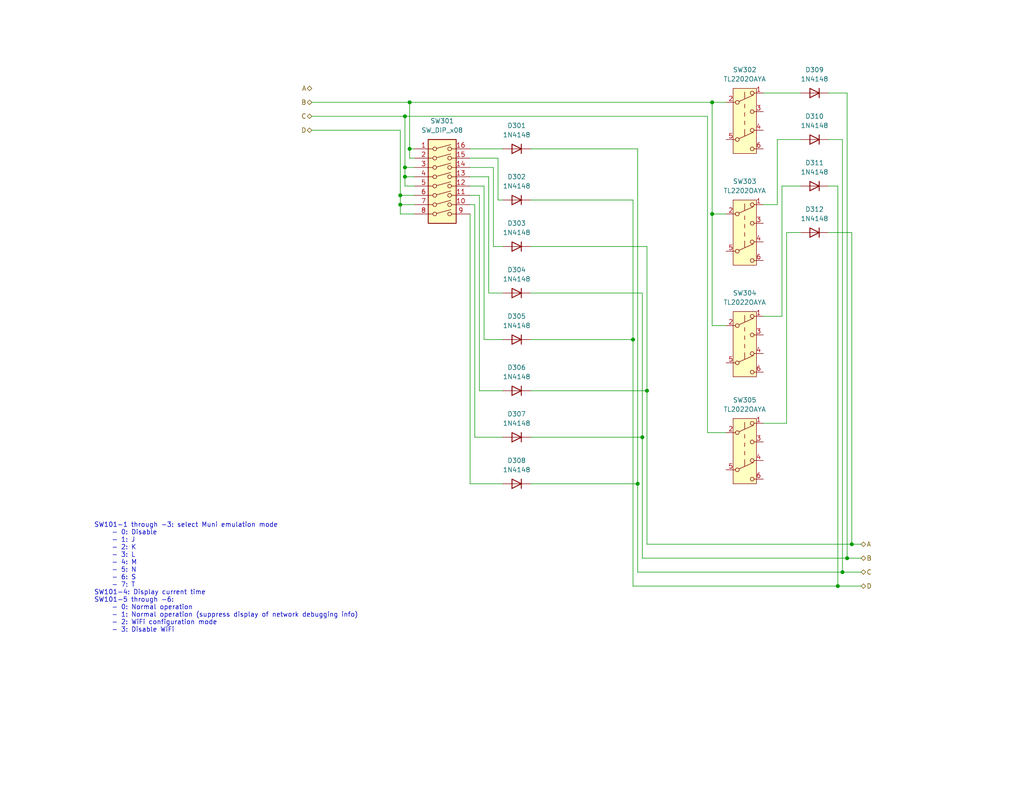
<source format=kicad_sch>
(kicad_sch (version 20250114) (generator "eeschema") (generator_version "9.0")
  (paper "USLetter")
  (title_block (title "Switch and button Charlieplexed matrix circuit") (date "2025-10-08") (rev "04") (company "Bay Area Electric Railroad Association"))
  (lib_symbols
    (symbol "Diode:1N4148" (pin_numbers (hide yes)) (pin_names (hide yes))
      (property "Reference" "D" (at 0 2.54 0))
      (property "Value" "1N4148" (at 0 -2.54 0))
      (symbol "1N4148_0_1"
        (polyline (pts (xy -1.27 1.27) (xy -1.27 -1.27)) (stroke (width 0.254)))
        (polyline (pts (xy 1.27 1.27) (xy 1.27 -1.27) (xy -1.27 0) (xy 1.27 1.27)) (stroke (width 0.254)))
        (polyline (pts (xy 1.27 0) (xy -1.27 0)))
      )
      (symbol "1N4148_1_1"
        (pin passive line (at -3.81 0 0) (length 2.54) (name "K") (number "1"))
        (pin passive line (at 3.81 0 180) (length 2.54) (name "A") (number "2"))
      )
    )
    (symbol "Switch:SW_DIP_x08" (pin_names (offset 0) (hide yes))
      (property "Reference" "SW" (at 0 13.97 0))
      (property "Value" "SW_DIP_x08" (at 0 -11.43 0))
      (symbol "SW_DIP_x08_0_0"
        (circle (center -2.032 10.16) (radius 0.508))
        (circle (center -2.032 7.62) (radius 0.508))
        (circle (center -2.032 5.08) (radius 0.508))
        (circle (center -2.032 2.54) (radius 0.508))
        (circle (center -2.032 0) (radius 0.508))
        (circle (center -2.032 -2.54) (radius 0.508))
        (circle (center -2.032 -5.08) (radius 0.508))
        (circle (center -2.032 -7.62) (radius 0.508))
        (polyline (pts (xy -1.524 10.287) (xy 2.3622 11.3284)))
        (polyline (pts (xy -1.524 7.747) (xy 2.3622 8.7884)))
        (polyline (pts (xy -1.524 5.207) (xy 2.3622 6.2484)))
        (polyline (pts (xy -1.524 2.667) (xy 2.3622 3.7084)))
        (polyline (pts (xy -1.524 0.127) (xy 2.3622 1.1684)))
        (polyline (pts (xy -1.524 -2.3876) (xy 2.3622 -1.3462)))
        (polyline (pts (xy -1.524 -4.9276) (xy 2.3622 -3.8862)))
        (polyline (pts (xy -1.524 -7.4676) (xy 2.3622 -6.4262)))
        (circle (center 2.032 10.16) (radius 0.508))
        (circle (center 2.032 7.62) (radius 0.508))
        (circle (center 2.032 5.08) (radius 0.508))
        (circle (center 2.032 2.54) (radius 0.508))
        (circle (center 2.032 0) (radius 0.508))
        (circle (center 2.032 -2.54) (radius 0.508))
        (circle (center 2.032 -5.08) (radius 0.508))
        (circle (center 2.032 -7.62) (radius 0.508))
      )
      (symbol "SW_DIP_x08_0_1"
        (rectangle (start -3.81 12.7) (end 3.81 -10.16) (stroke (width 0.254)) (fill (type background)))
      )
      (symbol "SW_DIP_x08_1_1"
        (pin passive line (at -7.62 10.16 0) (length 5.08) (name "~") (number "1"))
        (pin passive line (at -7.62 7.62 0) (length 5.08) (name "~") (number "2"))
        (pin passive line (at -7.62 5.08 0) (length 5.08) (name "~") (number "3"))
        (pin passive line (at -7.62 2.54 0) (length 5.08) (name "~") (number "4"))
        (pin passive line (at -7.62 0 0) (length 5.08) (name "~") (number "5"))
        (pin passive line (at -7.62 -2.54 0) (length 5.08) (name "~") (number "6"))
        (pin passive line (at -7.62 -5.08 0) (length 5.08) (name "~") (number "7"))
        (pin passive line (at -7.62 -7.62 0) (length 5.08) (name "~") (number "8"))
        (pin passive line (at 7.62 10.16 180) (length 5.08) (name "~") (number "16"))
        (pin passive line (at 7.62 7.62 180) (length 5.08) (name "~") (number "15"))
        (pin passive line (at 7.62 5.08 180) (length 5.08) (name "~") (number "14"))
        (pin passive line (at 7.62 2.54 180) (length 5.08) (name "~") (number "13"))
        (pin passive line (at 7.62 0 180) (length 5.08) (name "~") (number "12"))
        (pin passive line (at 7.62 -2.54 180) (length 5.08) (name "~") (number "11"))
        (pin passive line (at 7.62 -5.08 180) (length 5.08) (name "~") (number "10"))
        (pin passive line (at 7.62 -7.62 180) (length 5.08) (name "~") (number "9"))
      )
    )
    (symbol "Switch:SW_Push_DPDT" (pin_names (offset 0) (hide yes))
      (property "Reference" "SW" (at 0 10.16 0))
      (property "Value" "SW_Push_DPDT" (at 0 -10.16 0))
      (symbol "SW_Push_DPDT_0_0"
        (circle (center -2.032 5.08) (radius 0.508))
        (circle (center -2.032 -5.08) (radius 0.508))
        (circle (center 2.032 2.54) (radius 0.508))
        (circle (center 2.032 -7.62) (radius 0.508))
      )
      (symbol "SW_Push_DPDT_0_1"
        (polyline (pts (xy -1.524 5.334) (xy 2.3368 7.0612)))
        (polyline (pts (xy -1.524 -4.826) (xy 2.3368 -3.0988)))
        (polyline (pts (xy 0 7.874) (xy 0 6.096)))
        (polyline (pts (xy 0 3.556) (xy 0 4.572)))
        (polyline (pts (xy 0 1.27) (xy 0 2.286)))
        (polyline (pts (xy 0 -1.016) (xy 0 0)))
        (polyline (pts (xy 0 -2.286) (xy 0 -4.064)))
        (circle (center 2.032 7.62) (radius 0.508))
        (circle (center 2.032 -2.54) (radius 0.508))
      )
      (symbol "SW_Push_DPDT_1_1"
        (rectangle (start -3.175 8.89) (end 3.175 -8.89) (fill (type background)))
        (pin passive line (at -5.08 5.08 0) (length 2.54) (name "B") (number "2"))
        (pin passive line (at -5.08 -5.08 0) (length 2.54) (name "B") (number "5"))
        (pin passive line (at 5.08 7.62 180) (length 2.54) (name "A") (number "1"))
        (pin passive line (at 5.08 2.54 180) (length 2.54) (name "C") (number "3"))
        (pin passive line (at 5.08 -2.54 180) (length 2.54) (name "A") (number "4"))
        (pin passive line (at 5.08 -7.62 180) (length 2.54) (name "C") (number "6"))
      )
    )
  )
  (text "SW101-1 through -3: select Muni emulation mode\n	- 0: Disable\n	- 1: J\n	- 2: K\n	- 3: L\n	- 4: M\n	- 5: N\n	- 6: S\n	- 7: T\nSW101-4: Display current time\nSW101-5 through -6:\n	- 0: Normal operation\n	- 1: Normal operation (suppress display of network debugging info)\n	- 2: WiFi configuration mode\n	- 3: Disable WiFi" (at 25.654 157.734 0) (effects (font (size 1.27 1.27)) (justify left)))
  (junction (at 228.6 160.02))
  (junction (at 172.72 92.71))
  (junction (at 194.31 58.42))
  (junction (at 232.41 148.59))
  (junction (at 176.53 106.68))
  (junction (at 173.99 132.08))
  (junction (at 229.87 156.21))
  (junction (at 110.49 45.72))
  (junction (at 175.26 119.38))
  (junction (at 194.31 27.94))
  (junction (at 110.49 31.75))
  (junction (at 109.22 53.34))
  (junction (at 110.49 48.26))
  (junction (at 231.14 152.4))
  (junction (at 111.76 40.64))
  (junction (at 111.76 27.94))
  (junction (at 109.22 55.88))
  (wire (pts (xy 134.62 67.31) (xy 137.16 67.31)))
  (wire (pts (xy 137.16 119.38) (xy 129.54 119.38)))
  (wire (pts (xy 231.14 25.4) (xy 226.06 25.4)))
  (wire (pts (xy 212.09 55.88) (xy 212.09 38.1)))
  (wire (pts (xy 144.78 80.01) (xy 175.26 80.01)))
  (wire (pts (xy 212.09 38.1) (xy 218.44 38.1)))
  (wire (pts (xy 208.28 25.4) (xy 218.44 25.4)))
  (wire (pts (xy 111.76 40.64) (xy 111.76 43.18)))
  (wire (pts (xy 129.54 55.88) (xy 128.27 55.88)))
  (wire (pts (xy 110.49 45.72) (xy 110.49 48.26)))
  (wire (pts (xy 85.09 35.56) (xy 109.22 35.56)))
  (wire (pts (xy 173.99 132.08) (xy 144.78 132.08)))
  (wire (pts (xy 228.6 50.8) (xy 228.6 160.02)))
  (wire (pts (xy 132.08 92.71) (xy 132.08 50.8)))
  (wire (pts (xy 172.72 92.71) (xy 172.72 54.61)))
  (wire (pts (xy 213.36 86.36) (xy 208.28 86.36)))
  (wire (pts (xy 231.14 152.4) (xy 234.95 152.4)))
  (wire (pts (xy 176.53 148.59) (xy 232.41 148.59)))
  (wire (pts (xy 85.09 27.94) (xy 111.76 27.94)))
  (wire (pts (xy 176.53 67.31) (xy 144.78 67.31)))
  (wire (pts (xy 229.87 156.21) (xy 234.95 156.21)))
  (wire (pts (xy 208.28 55.88) (xy 212.09 55.88)))
  (wire (pts (xy 109.22 55.88) (xy 113.03 55.88)))
  (wire (pts (xy 133.35 80.01) (xy 137.16 80.01)))
  (wire (pts (xy 128.27 53.34) (xy 130.81 53.34)))
  (wire (pts (xy 113.03 40.64) (xy 111.76 40.64)))
  (wire (pts (xy 109.22 55.88) (xy 109.22 58.42)))
  (wire (pts (xy 232.41 148.59) (xy 234.95 148.59)))
  (wire (pts (xy 109.22 53.34) (xy 109.22 55.88)))
  (wire (pts (xy 176.53 106.68) (xy 176.53 148.59)))
  (wire (pts (xy 176.53 67.31) (xy 176.53 106.68)))
  (wire (pts (xy 130.81 53.34) (xy 130.81 106.68)))
  (wire (pts (xy 137.16 54.61) (xy 135.89 54.61)))
  (wire (pts (xy 111.76 27.94) (xy 111.76 40.64)))
  (wire (pts (xy 173.99 156.21) (xy 229.87 156.21)))
  (wire (pts (xy 172.72 160.02) (xy 228.6 160.02)))
  (wire (pts (xy 128.27 58.42) (xy 128.27 132.08)))
  (wire (pts (xy 137.16 92.71) (xy 132.08 92.71)))
  (wire (pts (xy 135.89 43.18) (xy 128.27 43.18)))
  (wire (pts (xy 194.31 88.9) (xy 198.12 88.9)))
  (wire (pts (xy 132.08 50.8) (xy 128.27 50.8)))
  (wire (pts (xy 214.63 63.5) (xy 214.63 115.57)))
  (wire (pts (xy 128.27 48.26) (xy 133.35 48.26)))
  (wire (pts (xy 128.27 132.08) (xy 137.16 132.08)))
  (wire (pts (xy 111.76 27.94) (xy 194.31 27.94)))
  (wire (pts (xy 175.26 80.01) (xy 175.26 119.38)))
  (wire (pts (xy 110.49 31.75) (xy 85.09 31.75)))
  (wire (pts (xy 194.31 27.94) (xy 198.12 27.94)))
  (wire (pts (xy 173.99 40.64) (xy 173.99 132.08)))
  (wire (pts (xy 110.49 48.26) (xy 110.49 50.8)))
  (wire (pts (xy 113.03 45.72) (xy 110.49 45.72)))
  (wire (pts (xy 194.31 58.42) (xy 194.31 27.94)))
  (wire (pts (xy 130.81 106.68) (xy 137.16 106.68)))
  (wire (pts (xy 109.22 58.42) (xy 113.03 58.42)))
  (wire (pts (xy 175.26 119.38) (xy 144.78 119.38)))
  (wire (pts (xy 229.87 38.1) (xy 226.06 38.1)))
  (wire (pts (xy 226.06 63.5) (xy 232.41 63.5)))
  (wire (pts (xy 135.89 54.61) (xy 135.89 43.18)))
  (wire (pts (xy 213.36 50.8) (xy 218.44 50.8)))
  (wire (pts (xy 193.04 31.75) (xy 110.49 31.75)))
  (wire (pts (xy 111.76 43.18) (xy 113.03 43.18)))
  (wire (pts (xy 214.63 115.57) (xy 208.28 115.57)))
  (wire (pts (xy 176.53 106.68) (xy 144.78 106.68)))
  (wire (pts (xy 232.41 63.5) (xy 232.41 148.59)))
  (wire (pts (xy 231.14 25.4) (xy 231.14 152.4)))
  (wire (pts (xy 144.78 92.71) (xy 172.72 92.71)))
  (wire (pts (xy 110.49 50.8) (xy 113.03 50.8)))
  (wire (pts (xy 110.49 45.72) (xy 110.49 31.75)))
  (wire (pts (xy 172.72 54.61) (xy 144.78 54.61)))
  (wire (pts (xy 213.36 50.8) (xy 213.36 86.36)))
  (wire (pts (xy 134.62 45.72) (xy 134.62 67.31)))
  (wire (pts (xy 229.87 38.1) (xy 229.87 156.21)))
  (wire (pts (xy 198.12 58.42) (xy 194.31 58.42)))
  (wire (pts (xy 193.04 118.11) (xy 193.04 31.75)))
  (wire (pts (xy 128.27 45.72) (xy 134.62 45.72)))
  (wire (pts (xy 109.22 35.56) (xy 109.22 53.34)))
  (wire (pts (xy 228.6 160.02) (xy 234.95 160.02)))
  (wire (pts (xy 173.99 40.64) (xy 144.78 40.64)))
  (wire (pts (xy 128.27 40.64) (xy 137.16 40.64)))
  (wire (pts (xy 129.54 119.38) (xy 129.54 55.88)))
  (wire (pts (xy 133.35 48.26) (xy 133.35 80.01)))
  (wire (pts (xy 109.22 53.34) (xy 113.03 53.34)))
  (wire (pts (xy 175.26 152.4) (xy 231.14 152.4)))
  (wire (pts (xy 110.49 48.26) (xy 113.03 48.26)))
  (wire (pts (xy 172.72 92.71) (xy 172.72 160.02)))
  (wire (pts (xy 198.12 118.11) (xy 193.04 118.11)))
  (wire (pts (xy 175.26 119.38) (xy 175.26 152.4)))
  (wire (pts (xy 214.63 63.5) (xy 218.44 63.5)))
  (wire (pts (xy 194.31 58.42) (xy 194.31 88.9)))
  (wire (pts (xy 173.99 132.08) (xy 173.99 156.21)))
  (wire (pts (xy 228.6 50.8) (xy 226.06 50.8)))
  (hierarchical_label "C" (shape bidirectional) (at 234.95 156.21 0))
  (hierarchical_label "B" (shape bidirectional) (at 234.95 152.4 0))
  (hierarchical_label "C" (shape bidirectional) (at 85.09 31.75 180))
  (hierarchical_label "D" (shape bidirectional) (at 85.09 35.56 180))
  (hierarchical_label "A" (shape bidirectional) (at 85.09 24.13 180))
  (hierarchical_label "D" (shape bidirectional) (at 234.95 160.02 0))
  (hierarchical_label "A" (shape bidirectional) (at 234.95 148.59 0))
  (hierarchical_label "B" (shape bidirectional) (at 85.09 27.94 180))
  (symbol (lib_id "Diode:1N4148") (at 222.25 50.8 180) (unit 1)
    (property "Reference" "D311" (at 222.25 44.45 0))
    (property "Value" "1N4148" (at 222.25 46.99 0))
    (property "Footprint" "Diode_THT:D_DO-35_SOD27_P7.62mm_Horizontal" (effects (hide yes)))
    (property "Datasheet" "https://assets.nexperia.com/documents/data-sheet/1N4148_1N4448.pdf" (effects (hide yes)))
    (property "Description" "100V 0.15A standard switching diode, DO-35" (effects (hide yes)))
    (property "Sim.Device" "D" (effects (hide yes)))
    (property "Sim.Pins" "1=K 2=A" (effects (hide yes)))
  )
  (symbol (lib_id "Switch:SW_DIP_x08") (at 120.65 50.8 0) (unit 1)
    (property "Reference" "SW301" (at 120.65 33.02 0))
    (property "Value" "SW_DIP_x08" (at 120.65 35.56 0))
    (property "Footprint" "Package_DIP:DIP-16_W7.62mm" (effects (hide yes)))
    (property "Datasheet" "https://www.sameskydevices.com/product/resource/ds01-254.pdf" (effects (hide yes)))
    (property "Description" "8x DIP Switch, Single Pole Single Throw (SPST) switch, small symbol" (effects (hide yes)))
  )
  (symbol (lib_id "Diode:1N4148") (at 140.97 92.71 180) (unit 1)
    (property "Reference" "D305" (at 140.97 86.36 0))
    (property "Value" "1N4148" (at 140.97 88.9 0))
    (property "Footprint" "Diode_THT:D_DO-35_SOD27_P7.62mm_Horizontal" (effects (hide yes)))
    (property "Datasheet" "https://assets.nexperia.com/documents/data-sheet/1N4148_1N4448.pdf" (effects (hide yes)))
    (property "Description" "100V 0.15A standard switching diode, DO-35" (effects (hide yes)))
    (property "Sim.Device" "D" (effects (hide yes)))
    (property "Sim.Pins" "1=K 2=A" (effects (hide yes)))
  )
  (symbol (lib_id "Diode:1N4148") (at 140.97 132.08 180) (unit 1)
    (property "Reference" "D308" (at 140.97 125.73 0))
    (property "Value" "1N4148" (at 140.97 128.27 0))
    (property "Footprint" "Diode_THT:D_DO-35_SOD27_P7.62mm_Horizontal" (effects (hide yes)))
    (property "Datasheet" "https://assets.nexperia.com/documents/data-sheet/1N4148_1N4448.pdf" (effects (hide yes)))
    (property "Description" "100V 0.15A standard switching diode, DO-35" (effects (hide yes)))
    (property "Sim.Device" "D" (effects (hide yes)))
    (property "Sim.Pins" "1=K 2=A" (effects (hide yes)))
  )
  (symbol (lib_id "Diode:1N4148") (at 222.25 63.5 180) (unit 1)
    (property "Reference" "D312" (at 222.25 57.15 0))
    (property "Value" "1N4148" (at 222.25 59.69 0))
    (property "Footprint" "Diode_THT:D_DO-35_SOD27_P7.62mm_Horizontal" (effects (hide yes)))
    (property "Datasheet" "https://assets.nexperia.com/documents/data-sheet/1N4148_1N4448.pdf" (effects (hide yes)))
    (property "Description" "100V 0.15A standard switching diode, DO-35" (effects (hide yes)))
    (property "Sim.Device" "D" (effects (hide yes)))
    (property "Sim.Pins" "1=K 2=A" (effects (hide yes)))
  )
  (symbol (lib_id "Diode:1N4148") (at 140.97 54.61 180) (unit 1)
    (property "Reference" "D302" (at 140.97 48.26 0))
    (property "Value" "1N4148" (at 140.97 50.8 0))
    (property "Footprint" "Diode_THT:D_DO-35_SOD27_P7.62mm_Horizontal" (effects (hide yes)))
    (property "Datasheet" "https://assets.nexperia.com/documents/data-sheet/1N4148_1N4448.pdf" (effects (hide yes)))
    (property "Description" "100V 0.15A standard switching diode, DO-35" (effects (hide yes)))
    (property "Sim.Device" "D" (effects (hide yes)))
    (property "Sim.Pins" "1=K 2=A" (effects (hide yes)))
  )
  (symbol (lib_id "Diode:1N4148") (at 140.97 40.64 180) (unit 1)
    (property "Reference" "D301" (at 140.97 34.29 0))
    (property "Value" "1N4148" (at 140.97 36.83 0))
    (property "Footprint" "Diode_THT:D_DO-35_SOD27_P7.62mm_Horizontal" (effects (hide yes)))
    (property "Datasheet" "https://assets.nexperia.com/documents/data-sheet/1N4148_1N4448.pdf" (effects (hide yes)))
    (property "Description" "100V 0.15A standard switching diode, DO-35" (effects (hide yes)))
    (property "Sim.Device" "D" (effects (hide yes)))
    (property "Sim.Pins" "1=K 2=A" (effects (hide yes)))
  )
  (symbol (lib_id "Diode:1N4148") (at 140.97 119.38 180) (unit 1)
    (property "Reference" "D307" (at 140.97 113.03 0))
    (property "Value" "1N4148" (at 140.97 115.57 0))
    (property "Footprint" "Diode_THT:D_DO-35_SOD27_P7.62mm_Horizontal" (effects (hide yes)))
    (property "Datasheet" "https://assets.nexperia.com/documents/data-sheet/1N4148_1N4448.pdf" (effects (hide yes)))
    (property "Description" "100V 0.15A standard switching diode, DO-35" (effects (hide yes)))
    (property "Sim.Device" "D" (effects (hide yes)))
    (property "Sim.Pins" "1=K 2=A" (effects (hide yes)))
  )
  (symbol (lib_id "Diode:1N4148") (at 222.25 25.4 180) (unit 1)
    (property "Reference" "D309" (at 222.25 19.05 0))
    (property "Value" "1N4148" (at 222.25 21.59 0))
    (property "Footprint" "Diode_THT:D_DO-35_SOD27_P7.62mm_Horizontal" (effects (hide yes)))
    (property "Datasheet" "https://assets.nexperia.com/documents/data-sheet/1N4148_1N4448.pdf" (effects (hide yes)))
    (property "Description" "100V 0.15A standard switching diode, DO-35" (effects (hide yes)))
    (property "Sim.Device" "D" (effects (hide yes)))
    (property "Sim.Pins" "1=K 2=A" (effects (hide yes)))
  )
  (symbol (lib_id "Switch:SW_Push_DPDT") (at 203.2 93.98 0) (unit 1)
    (property "Reference" "SW304" (at 203.2 80.01 0))
    (property "Value" "TL2022OAYA" (at 203.2 82.55 0))
    (property "Footprint" "Miscellaneous:Button_ESwitch_TL2202" (effects (hide yes)))
    (property "Datasheet" "https://configured-product-images.s3.amazonaws.com/Datasheets/TL2202.pdf" (effects (hide yes)))
    (property "Description" "Momentary Switch, dual pole double throw" (effects (hide yes)))
  )
  (symbol (lib_id "Switch:SW_Push_DPDT") (at 203.2 63.5 0) (unit 1)
    (property "Reference" "SW303" (at 203.2 49.53 0))
    (property "Value" "TL2202OAYA" (at 203.2 52.07 0))
    (property "Footprint" "Miscellaneous:Button_ESwitch_TL2202" (effects (hide yes)))
    (property "Description" "Momentary Switch, dual pole double throw" (effects (hide yes)))
  )
  (symbol (lib_id "Switch:SW_Push_DPDT") (at 203.2 33.02 0) (unit 1)
    (property "Reference" "SW302" (at 203.2 19.05 0))
    (property "Value" "TL2202OAYA" (at 203.2 21.59 0))
    (property "Footprint" "Miscellaneous:Button_ESwitch_TL2202" (effects (hide yes)))
    (property "Datasheet" "https://configured-product-images.s3.amazonaws.com/Datasheets/TL2202.pdf" (effects (hide yes)))
    (property "Description" "Momentary Switch, dual pole double throw" (effects (hide yes)))
  )
  (symbol (lib_id "Diode:1N4148") (at 140.97 106.68 180) (unit 1)
    (property "Reference" "D306" (at 140.97 100.33 0))
    (property "Value" "1N4148" (at 140.97 102.87 0))
    (property "Footprint" "Diode_THT:D_DO-35_SOD27_P7.62mm_Horizontal" (effects (hide yes)))
    (property "Datasheet" "https://assets.nexperia.com/documents/data-sheet/1N4148_1N4448.pdf" (effects (hide yes)))
    (property "Description" "100V 0.15A standard switching diode, DO-35" (effects (hide yes)))
    (property "Sim.Device" "D" (effects (hide yes)))
    (property "Sim.Pins" "1=K 2=A" (effects (hide yes)))
  )
  (symbol (lib_id "Diode:1N4148") (at 140.97 80.01 180) (unit 1)
    (property "Reference" "D304" (at 140.97 73.66 0))
    (property "Value" "1N4148" (at 140.97 76.2 0))
    (property "Footprint" "Diode_THT:D_DO-35_SOD27_P7.62mm_Horizontal" (effects (hide yes)))
    (property "Datasheet" "https://assets.nexperia.com/documents/data-sheet/1N4148_1N4448.pdf" (effects (hide yes)))
    (property "Description" "100V 0.15A standard switching diode, DO-35" (effects (hide yes)))
    (property "Sim.Device" "D" (effects (hide yes)))
    (property "Sim.Pins" "1=K 2=A" (effects (hide yes)))
  )
  (symbol (lib_id "Switch:SW_Push_DPDT") (at 203.2 123.19 0) (unit 1)
    (property "Reference" "SW305" (at 203.2 109.22 0))
    (property "Value" "TL2022OAYA" (at 203.2 111.76 0))
    (property "Footprint" "Miscellaneous:Button_ESwitch_TL2202" (effects (hide yes)))
    (property "Datasheet" "https://configured-product-images.s3.amazonaws.com/Datasheets/TL2202.pdf" (effects (hide yes)))
    (property "Description" "Momentary Switch, dual pole double throw" (effects (hide yes)))
  )
  (symbol (lib_id "Diode:1N4148") (at 222.25 38.1 180) (unit 1)
    (property "Reference" "D310" (at 222.25 31.75 0))
    (property "Value" "1N4148" (at 222.25 34.29 0))
    (property "Footprint" "Diode_THT:D_DO-35_SOD27_P7.62mm_Horizontal" (effects (hide yes)))
    (property "Datasheet" "https://assets.nexperia.com/documents/data-sheet/1N4148_1N4448.pdf" (effects (hide yes)))
    (property "Description" "100V 0.15A standard switching diode, DO-35" (effects (hide yes)))
    (property "Sim.Device" "D" (effects (hide yes)))
    (property "Sim.Pins" "1=K 2=A" (effects (hide yes)))
  )
  (symbol (lib_id "Diode:1N4148") (at 140.97 67.31 180) (unit 1)
    (property "Reference" "D303" (at 140.97 60.96 0))
    (property "Value" "1N4148" (at 140.97 63.5 0))
    (property "Footprint" "Diode_THT:D_DO-35_SOD27_P7.62mm_Horizontal" (effects (hide yes)))
    (property "Datasheet" "https://assets.nexperia.com/documents/data-sheet/1N4148_1N4448.pdf" (effects (hide yes)))
    (property "Description" "100V 0.15A standard switching diode, DO-35" (effects (hide yes)))
    (property "Sim.Device" "D" (effects (hide yes)))
    (property "Sim.Pins" "1=K 2=A" (effects (hide yes)))
  )
)
</source>
